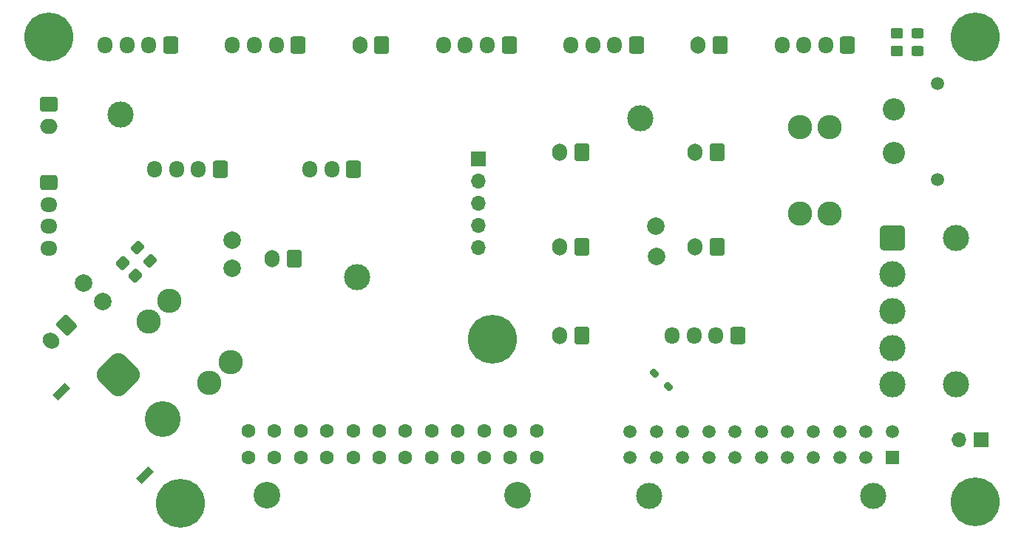
<source format=gbr>
%TF.GenerationSoftware,KiCad,Pcbnew,7.0.6*%
%TF.CreationDate,2024-03-05T03:08:34+00:00*%
%TF.ProjectId,LHS Breakbeat,4c485320-4272-4656-916b-626561742e6b,Vol 1*%
%TF.SameCoordinates,Original*%
%TF.FileFunction,Soldermask,Top*%
%TF.FilePolarity,Negative*%
%FSLAX46Y46*%
G04 Gerber Fmt 4.6, Leading zero omitted, Abs format (unit mm)*
G04 Created by KiCad (PCBNEW 7.0.6) date 2024-03-05 03:08:34*
%MOMM*%
%LPD*%
G01*
G04 APERTURE LIST*
G04 Aperture macros list*
%AMRoundRect*
0 Rectangle with rounded corners*
0 $1 Rounding radius*
0 $2 $3 $4 $5 $6 $7 $8 $9 X,Y pos of 4 corners*
0 Add a 4 corners polygon primitive as box body*
4,1,4,$2,$3,$4,$5,$6,$7,$8,$9,$2,$3,0*
0 Add four circle primitives for the rounded corners*
1,1,$1+$1,$2,$3*
1,1,$1+$1,$4,$5*
1,1,$1+$1,$6,$7*
1,1,$1+$1,$8,$9*
0 Add four rect primitives between the rounded corners*
20,1,$1+$1,$2,$3,$4,$5,0*
20,1,$1+$1,$4,$5,$6,$7,0*
20,1,$1+$1,$6,$7,$8,$9,0*
20,1,$1+$1,$8,$9,$2,$3,0*%
%AMHorizOval*
0 Thick line with rounded ends*
0 $1 width*
0 $2 $3 position (X,Y) of the first rounded end (center of the circle)*
0 $4 $5 position (X,Y) of the second rounded end (center of the circle)*
0 Add line between two ends*
20,1,$1,$2,$3,$4,$5,0*
0 Add two circle primitives to create the rounded ends*
1,1,$1,$2,$3*
1,1,$1,$4,$5*%
%AMRotRect*
0 Rectangle, with rotation*
0 The origin of the aperture is its center*
0 $1 length*
0 $2 width*
0 $3 Rotation angle, in degrees counterclockwise*
0 Add horizontal line*
21,1,$1,$2,0,0,$3*%
G04 Aperture macros list end*
%ADD10C,3.000000*%
%ADD11RoundRect,0.300000X1.100000X-1.100000X1.100000X1.100000X-1.100000X1.100000X-1.100000X-1.100000X0*%
%ADD12RoundRect,0.250000X0.600000X0.725000X-0.600000X0.725000X-0.600000X-0.725000X0.600000X-0.725000X0*%
%ADD13O,1.700000X1.950000*%
%ADD14R,1.700000X1.700000*%
%ADD15O,1.700000X1.700000*%
%ADD16RoundRect,0.250000X0.548008X0.088388X0.088388X0.548008X-0.548008X-0.088388X-0.088388X-0.548008X0*%
%ADD17C,2.000000*%
%ADD18RoundRect,0.250000X-0.750000X0.600000X-0.750000X-0.600000X0.750000X-0.600000X0.750000X0.600000X0*%
%ADD19O,2.000000X1.700000*%
%ADD20RoundRect,0.250000X0.600000X0.750000X-0.600000X0.750000X-0.600000X-0.750000X0.600000X-0.750000X0*%
%ADD21O,1.700000X2.000000*%
%ADD22RoundRect,0.250000X-0.725000X0.600000X-0.725000X-0.600000X0.725000X-0.600000X0.725000X0.600000X0*%
%ADD23O,1.950000X1.700000*%
%ADD24C,5.600000*%
%ADD25RoundRect,0.250000X-0.106066X0.954594X-0.954594X0.106066X0.106066X-0.954594X0.954594X-0.106066X0*%
%ADD26HorizOval,1.700000X-0.106066X0.106066X0.106066X-0.106066X0*%
%ADD27RoundRect,0.250000X0.450000X-0.325000X0.450000X0.325000X-0.450000X0.325000X-0.450000X-0.325000X0*%
%ADD28RoundRect,0.250000X0.450000X-0.350000X0.450000X0.350000X-0.450000X0.350000X-0.450000X-0.350000X0*%
%ADD29RoundRect,0.200000X-0.353553X0.070711X0.070711X-0.353553X0.353553X-0.070711X-0.070711X0.353553X0*%
%ADD30C,3.050000*%
%ADD31C,1.605000*%
%ADD32C,2.780000*%
%ADD33R,1.520000X1.520000*%
%ADD34C,1.520000*%
%ADD35RotRect,0.900000X2.000000X135.000000*%
%ADD36RoundRect,1.025000X1.449569X0.000000X0.000000X1.449569X-1.449569X0.000000X0.000000X-1.449569X0*%
%ADD37C,4.100000*%
%ADD38C,2.550000*%
%ADD39C,1.500000*%
%ADD40RoundRect,0.250000X0.565685X0.070711X0.070711X0.565685X-0.565685X-0.070711X-0.070711X-0.565685X0*%
G04 APERTURE END LIST*
D10*
%TO.C,J3*%
X187600000Y-109600000D03*
X187600000Y-105400000D03*
X187600000Y-101200000D03*
X187600000Y-97000000D03*
D11*
X187600000Y-92800000D03*
D10*
X194900000Y-92800000D03*
X194900000Y-109600000D03*
%TD*%
D12*
%TO.C,J14*%
X110600000Y-84900000D03*
D13*
X108100000Y-84900000D03*
X105600000Y-84900000D03*
X103100000Y-84900000D03*
%TD*%
D14*
%TO.C,J27*%
X140200000Y-83780000D03*
D15*
X140200000Y-86320000D03*
X140200000Y-88860000D03*
X140200000Y-91400000D03*
X140200000Y-93940000D03*
%TD*%
D16*
%TO.C,D2*%
X102600000Y-95400000D03*
X101150432Y-93950432D03*
%TD*%
D17*
%TO.C,TP2*%
X160600000Y-94900000D03*
%TD*%
D18*
%TO.C,J13*%
X91000000Y-77500000D03*
D19*
X91000000Y-80000000D03*
%TD*%
D20*
%TO.C,J9*%
X119100000Y-95200000D03*
D21*
X116600000Y-95200000D03*
%TD*%
D12*
%TO.C,J22*%
X104950000Y-70725000D03*
D13*
X102450000Y-70725000D03*
X99950000Y-70725000D03*
X97450000Y-70725000D03*
%TD*%
D10*
%TO.C,FID1*%
X99200000Y-78700000D03*
%TD*%
D20*
%TO.C,J16*%
X167500000Y-83000000D03*
D21*
X165000000Y-83000000D03*
%TD*%
D12*
%TO.C,J21*%
X119533333Y-70725000D03*
D13*
X117033333Y-70725000D03*
X114533333Y-70725000D03*
X112033333Y-70725000D03*
%TD*%
D17*
%TO.C,TP5*%
X95000000Y-98000000D03*
%TD*%
D20*
%TO.C,J8*%
X167500000Y-93800000D03*
D21*
X165000000Y-93800000D03*
%TD*%
D17*
%TO.C,TP4*%
X112000000Y-93100000D03*
%TD*%
%TO.C,TP1*%
X160500000Y-91500000D03*
%TD*%
D12*
%TO.C,J20*%
X143699999Y-70725000D03*
D13*
X141199999Y-70725000D03*
X138699999Y-70725000D03*
X136199999Y-70725000D03*
%TD*%
D14*
%TO.C,JP1*%
X197725000Y-115925000D03*
D15*
X195185000Y-115925000D03*
%TD*%
D12*
%TO.C,J24*%
X169900000Y-104000000D03*
D13*
X167400000Y-104000000D03*
X164900000Y-104000000D03*
X162400000Y-104000000D03*
%TD*%
D22*
%TO.C,J23*%
X91000000Y-86500000D03*
D23*
X91000000Y-89000000D03*
X91000000Y-91500000D03*
X91000000Y-94000000D03*
%TD*%
D12*
%TO.C,J10*%
X125900000Y-84900000D03*
D13*
X123400000Y-84900000D03*
X120900000Y-84900000D03*
%TD*%
D20*
%TO.C,J15*%
X152000000Y-83000000D03*
D21*
X149500000Y-83000000D03*
%TD*%
D10*
%TO.C,FID3*%
X126275000Y-97275000D03*
%TD*%
D24*
%TO.C,H2*%
X197100000Y-123000000D03*
%TD*%
%TO.C,H3*%
X141800000Y-104400000D03*
%TD*%
D10*
%TO.C,FID2*%
X158700000Y-79100000D03*
%TD*%
D12*
%TO.C,J19*%
X158283332Y-70725000D03*
D13*
X155783332Y-70725000D03*
X153283332Y-70725000D03*
X150783332Y-70725000D03*
%TD*%
D25*
%TO.C,J7*%
X93000000Y-102800000D03*
D26*
X91232233Y-104567767D03*
%TD*%
D27*
%TO.C,D1*%
X190500000Y-71400000D03*
X190500000Y-69350000D03*
%TD*%
D12*
%TO.C,J17*%
X182450000Y-70725000D03*
D13*
X179950000Y-70725000D03*
X177450000Y-70725000D03*
X174950000Y-70725000D03*
%TD*%
D28*
%TO.C,R1*%
X188100000Y-71375000D03*
X188100000Y-69375000D03*
%TD*%
D24*
%TO.C,H5*%
X91000000Y-69800000D03*
%TD*%
D29*
%TO.C,D3*%
X160362527Y-108273038D03*
X161918161Y-109828672D03*
%TD*%
D30*
%TO.C,J1*%
X116000000Y-122260000D03*
X144700000Y-122260000D03*
D31*
X146840000Y-117940000D03*
X143840000Y-117940000D03*
X140840000Y-117940000D03*
X137840000Y-117940000D03*
X134840000Y-117940000D03*
X131840000Y-117940000D03*
X128840000Y-117940000D03*
X125840000Y-117940000D03*
X122840000Y-117940000D03*
X119840000Y-117940000D03*
X116840000Y-117940000D03*
X113840000Y-117940000D03*
X146840000Y-114940000D03*
X143840000Y-114940000D03*
X140840000Y-114940000D03*
X137840000Y-114940000D03*
X134840000Y-114940000D03*
X131840000Y-114940000D03*
X128840000Y-114940000D03*
X125840000Y-114940000D03*
X122840000Y-114940000D03*
X119840000Y-114940000D03*
X116840000Y-114940000D03*
X113840000Y-114940000D03*
%TD*%
D24*
%TO.C,H4*%
X197100000Y-69800000D03*
%TD*%
D32*
%TO.C,F1*%
X177000000Y-90000000D03*
X180400000Y-90000000D03*
X177000000Y-80080000D03*
X180400000Y-80080000D03*
%TD*%
D24*
%TO.C,H1*%
X106075000Y-123250000D03*
%TD*%
D20*
%TO.C,J11*%
X152000000Y-104000000D03*
D21*
X149500000Y-104000000D03*
%TD*%
D32*
%TO.C,F2*%
X104794832Y-99990669D03*
X102390669Y-102394832D03*
X111809331Y-107005168D03*
X109405168Y-109409331D03*
%TD*%
D20*
%TO.C,J12*%
X167866665Y-70725000D03*
D21*
X165366665Y-70725000D03*
%TD*%
D20*
%TO.C,J25*%
X152000000Y-93800000D03*
D21*
X149500000Y-93800000D03*
%TD*%
D17*
%TO.C,TP6*%
X97200000Y-100100000D03*
%TD*%
D20*
%TO.C,J26*%
X129116666Y-70725000D03*
D21*
X126616666Y-70725000D03*
%TD*%
D10*
%TO.C,J2*%
X159738250Y-122320000D03*
X185418250Y-122320000D03*
D33*
X187578250Y-118000000D03*
D34*
X184578250Y-118000000D03*
X181578250Y-118000000D03*
X178578250Y-118000000D03*
X175578250Y-118000000D03*
X172578250Y-118000000D03*
X169578250Y-118000000D03*
X166578250Y-118000000D03*
X163578250Y-118000000D03*
X160578250Y-118000000D03*
X157578250Y-118000000D03*
X187578250Y-115000000D03*
X184578250Y-115000000D03*
X181578250Y-115000000D03*
X178578250Y-115000000D03*
X175578250Y-115000000D03*
X172578250Y-115000000D03*
X169578250Y-115000000D03*
X166578250Y-115000000D03*
X163578250Y-115000000D03*
X160578250Y-115000000D03*
X157578250Y-115000000D03*
%TD*%
D35*
%TO.C,J5*%
X102000000Y-120000000D03*
X92454059Y-110454058D03*
D36*
X98924086Y-108438804D03*
D37*
X104015255Y-113529973D03*
%TD*%
D17*
%TO.C,TP3*%
X112000000Y-96300000D03*
%TD*%
D38*
%TO.C,J4*%
X187746545Y-78117214D03*
X187746545Y-83117214D03*
D39*
X192746545Y-75117214D03*
X192746545Y-86117214D03*
%TD*%
D40*
%TO.C,R2*%
X100907107Y-97100000D03*
X99492893Y-95685786D03*
%TD*%
M02*

</source>
